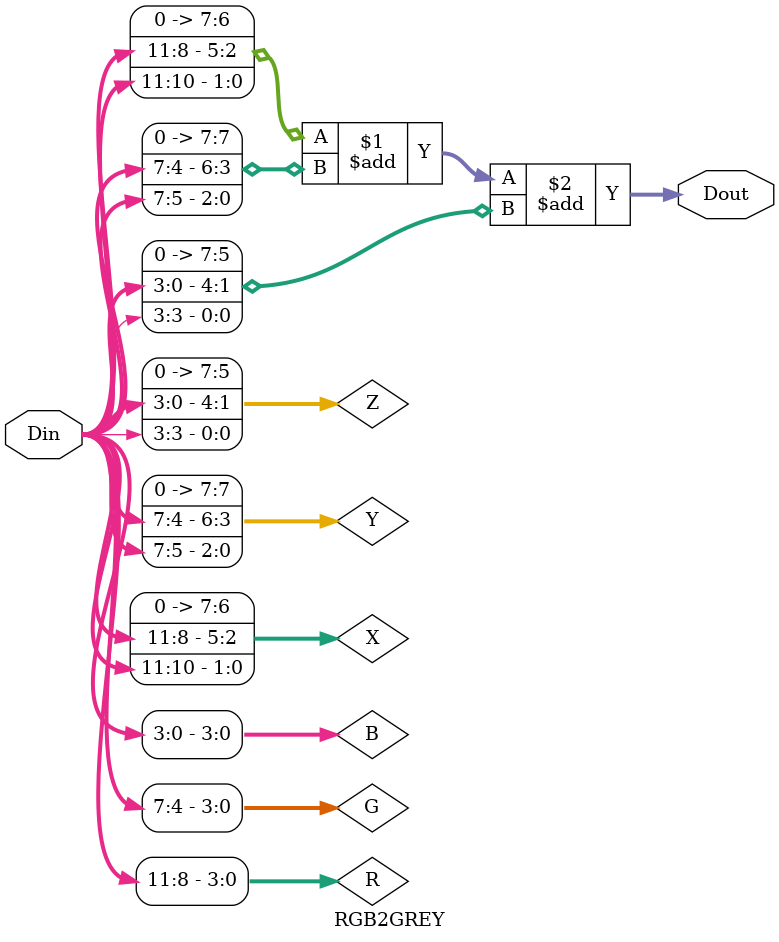
<source format=v>


module RGB2GREY(
   Din,
   Dout
);
   input [11:0] Din;		// 12bit color
   output [7:0] Dout;		// 8bit greyscale
   // [1] states that the luminace component of YUV can be calculated as:
   //     Y' = 0.299*R' + 0.587*G' + 0.114*B'
   // [2]ÎªÊ¹É«²îÐÅºÅµÄ¶¯Ì¬·¶Î§¿ØÖÆÔÚ-0.5~+0.5Ö®¼ä£¬Òª¶ÔÉ«²îÐÅºÅ½øÐÐ¹éÒ»»¯´¦Àí£¬µÃµ½UVµÄ¼ÆËã¹«Ê½£º
   //	  U'£½-0.1684R-0.3316G+0.5B 
   //	  V'£½0.5R-0.4187G-0.0813B 		ÓÉÉÏÊ½µÃµ½µÄUV·¶Î§ÔÚ-128~+127Ö®¼ä£¬Îª±ÜÃâ¸ºÊý£¬Ó¦ÔÚU¡¢VÖ®ºó¸÷¼Ó128¡£
   // This luminace can be utilized to represent greyscale
   // [3] utilized a simple method of implementing this equaiton for VHDL RGB to greyscale conversion.
   // They simply round the coefficients to numbers that can faciliate easy bit shifting (i.e.):
   //     Greyscale = 0.25*R + 0.5*G + 0.125*B
   
   // This is equivalent to:
   // X = R/4 = R >> 2
   // Y = G/2 = G >> 1
   // Z = B/8 = B >> 3
   // Greyscale = X + Y + Z
   
   // Our implementation uses RGB444 which consists of RRRR:GGGG:BBBB£¨RGB4:4:4²ÉÑùÊÇÄ¿Ç°¸ß¼¶µÄÊÓÆµÐÅºÅ²ÉÑùÂÊ£¬´ú±íÁË¸ß¶ËÖÊÁ¿±£³ÖµÄ·½·¨¡£RGB4:4:4ÐÅºÅÐèÒªÁ½¸öSDI BNC½Ó¿ÚÀ´ÊäÈëºÍÊä³ö£¬¼´Í¨³£½²µÄ¡°Ë«Á¬½Ó¡±£©
   
   wire [3:0]   R;
   wire [3:0]   G;
   wire [3:0]   B;
   wire [7:0]   X;
   wire [7:0]   Y;
   wire [7:0]   Z;
   wire [7:0]   Q;
   
   // VERSION1
   // RRRR0000 >> 2 = 11110000 >> 2 = 00111100 = 60 (dec)
   // GGGG0000 >> 1 = 11110000 >> 1 = 01111000 = 120 (dec)
   // BBBB0000 >> 3 = 11110000 >> 3 = 00011110 = 30 (dec)
   // 00111100 + 01111000 + 000111110 = 11010010 = 210 (dec) max
   
   // VERSION2
   // R(3 downto 0) & R(3 downto 0) >> 2 = "00" & R & R(3 downto 2) = 00111111 = 63 (dec)
   // G(3 downto 0) & G(3 downto 0) >> 1 = '0' & G & G(3 downto 1) = 01111111 = 127 (dec)
   // B(3 downto 0) & B(3 downto 0) >> 3 = "000" & B & B(3) = 00011111 = 31 (dec)
   // GREYSCALE = R>>2 + G>>1 + B>>3 = 221 (dec) max .. more greyscale contrast ... VERY IMPORTANT!!! ...
   // ... tests with version1 did not detect faces unless area around face was black and face was the only lit up item in frame 
   
   
// Split RRRR:GGGG:BBBB
   assign R = Din[11:8];
   assign G = Din[7:4];
   assign B = Din[3:0];
   
   // R >> 2
   assign X = {2'b00, R, R[3:2]};
   
   // G >> 1
   assign Y = {1'b0, G, G[3:1]};
   
   // B >> 8
   assign Z = {3'b000, B, B[3]};
   
   // R>>2 + G>>1 + B>>3
   assign Dout = (X + Y + Z);
   
endmodule


</source>
